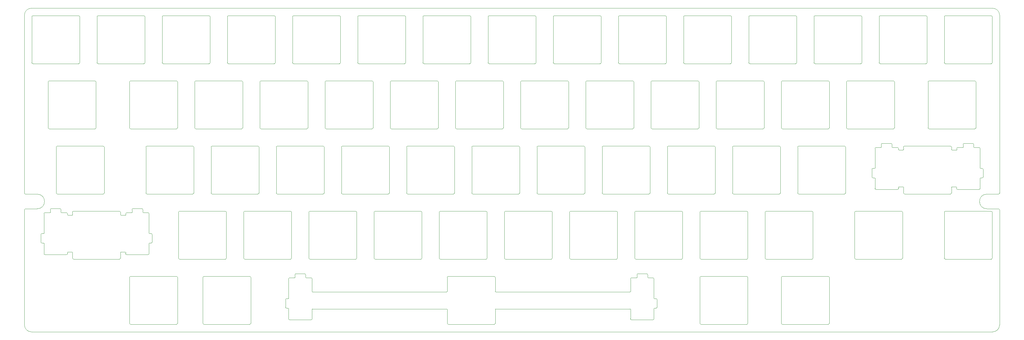
<source format=gbr>
%TF.GenerationSoftware,KiCad,Pcbnew,(5.1.9)-1*%
%TF.CreationDate,2021-10-01T21:54:58+09:00*%
%TF.ProjectId,top,746f702e-6b69-4636-9164-5f7063625858,1*%
%TF.SameCoordinates,Original*%
%TF.FileFunction,Profile,NP*%
%FSLAX46Y46*%
G04 Gerber Fmt 4.6, Leading zero omitted, Abs format (unit mm)*
G04 Created by KiCad (PCBNEW (5.1.9)-1) date 2021-10-01 21:54:58*
%MOMM*%
%LPD*%
G01*
G04 APERTURE LIST*
%TA.AperFunction,Profile*%
%ADD10C,0.050000*%
%TD*%
%TA.AperFunction,Profile*%
%ADD11C,0.120000*%
%TD*%
G04 APERTURE END LIST*
D10*
X70000000Y-158950000D02*
X70000000Y-192610000D01*
X70000000Y-158950000D02*
G75*
G02*
X70300000Y-158650000I300000J0D01*
G01*
X73700000Y-154350000D02*
G75*
G02*
X73700000Y-158650000I0J-2150000D01*
G01*
X70300000Y-158650000D02*
X73700000Y-158650000D01*
X70300000Y-154350000D02*
G75*
G02*
X70000000Y-154050000I0J300000D01*
G01*
X73700000Y-154350000D02*
X70300000Y-154350000D01*
X355000000Y-158950000D02*
X355000000Y-192610000D01*
X355000000Y-154050000D02*
G75*
G02*
X354700000Y-154350000I-300000J0D01*
G01*
X351300000Y-158650000D02*
G75*
G02*
X351300000Y-154350000I0J2150000D01*
G01*
X354700000Y-154350000D02*
X351300000Y-154350000D01*
X354700000Y-158650000D02*
G75*
G02*
X355000000Y-158950000I0J-300000D01*
G01*
X351300000Y-158650000D02*
X354700000Y-158650000D01*
X355000000Y-192610000D02*
G75*
G02*
X353000000Y-194610000I-2000000J0D01*
G01*
X353000000Y-100010000D02*
G75*
G02*
X355000000Y-102010000I0J-2000000D01*
G01*
X70000000Y-102000000D02*
G75*
G02*
X72000000Y-100000000I2000000J0D01*
G01*
X72000000Y-194610000D02*
G75*
G02*
X70000000Y-192610000I0J2000000D01*
G01*
X72000000Y-194610000D02*
X353000000Y-194610000D01*
X70000000Y-102000000D02*
X70000000Y-154050000D01*
X353000000Y-100010000D02*
X72000000Y-100000000D01*
X355000000Y-154050000D02*
X355000000Y-102010000D01*
D11*
%TO.C,KSW43*%
X99606200Y-160410000D02*
X99606200Y-160060000D01*
X98156200Y-160510000D02*
X99506200Y-160510000D01*
X98056200Y-159660000D02*
X98056200Y-160410000D01*
X84306200Y-159360000D02*
X97756200Y-159360000D01*
X84006200Y-160410000D02*
X84006200Y-159660000D01*
X82656200Y-160510000D02*
X83906200Y-160510000D01*
X82556200Y-160060000D02*
X82556200Y-160410000D01*
X80756200Y-159760000D02*
X82256200Y-159760000D01*
X80656200Y-158860000D02*
X80656200Y-159660000D01*
X77856200Y-158560000D02*
X80356200Y-158560000D01*
X77556200Y-159660000D02*
X77556200Y-158860000D01*
X76006200Y-159760000D02*
X77456200Y-159760000D01*
X75706200Y-165760000D02*
X75706200Y-160060000D01*
X75106200Y-165860000D02*
X75606200Y-165860000D01*
X74806200Y-168360000D02*
X74806200Y-166160000D01*
X75606200Y-168660000D02*
X75106200Y-168660000D01*
X75706200Y-171760000D02*
X75706200Y-168760000D01*
X82256200Y-172060000D02*
X76006200Y-172060000D01*
X82556200Y-171360000D02*
X82556200Y-171760000D01*
X83956200Y-171260000D02*
X82656200Y-171260000D01*
X84056200Y-173060000D02*
X84056200Y-171360000D01*
X97756200Y-173360000D02*
X84356200Y-173360000D01*
X99906200Y-159760000D02*
X101356200Y-159760000D01*
X101456200Y-159660000D02*
X101456200Y-158860000D01*
X101756200Y-158560000D02*
X104256200Y-158560000D01*
X104556200Y-158860000D02*
X104556200Y-159660000D01*
X104656200Y-159760000D02*
X106106200Y-159760000D01*
X106406200Y-160060000D02*
X106406200Y-165760000D01*
X106506200Y-165860000D02*
X107006200Y-165860000D01*
X107306200Y-166160000D02*
X107306200Y-168360000D01*
X107006200Y-168660000D02*
X106506200Y-168660000D01*
X106406200Y-168760000D02*
X106406200Y-171760000D01*
X106106200Y-172060000D02*
X99856200Y-172060000D01*
X99556200Y-171760000D02*
X99556200Y-171360000D01*
X99456200Y-171260000D02*
X98156200Y-171260000D01*
X98056200Y-171360000D02*
X98056200Y-173060000D01*
X98056200Y-173060000D02*
G75*
G02*
X97756200Y-173360000I-300000J0D01*
G01*
X84356200Y-173360000D02*
G75*
G02*
X84056200Y-173060000I0J300000D01*
G01*
X83956200Y-171260000D02*
G75*
G02*
X84056200Y-171360000I0J-100000D01*
G01*
X82556200Y-171360000D02*
G75*
G02*
X82656200Y-171260000I100000J0D01*
G01*
X82556200Y-171760000D02*
G75*
G02*
X82256200Y-172060000I-300000J0D01*
G01*
X76006200Y-172060000D02*
G75*
G02*
X75706200Y-171760000I0J300000D01*
G01*
X75106200Y-168660000D02*
G75*
G02*
X74806200Y-168360000I0J300000D01*
G01*
X75606200Y-168660000D02*
G75*
G02*
X75706200Y-168760000I0J-100000D01*
G01*
X74806200Y-166160000D02*
G75*
G02*
X75106200Y-165860000I300000J0D01*
G01*
X75706200Y-165760000D02*
G75*
G02*
X75606200Y-165860000I-100000J0D01*
G01*
X75706200Y-160060000D02*
G75*
G02*
X76006200Y-159760000I300000J0D01*
G01*
X77556200Y-159660000D02*
G75*
G02*
X77456200Y-159760000I-100000J0D01*
G01*
X77556200Y-158860000D02*
G75*
G02*
X77856200Y-158560000I300000J0D01*
G01*
X80356200Y-158560000D02*
G75*
G02*
X80656200Y-158860000I0J-300000D01*
G01*
X80756200Y-159760000D02*
G75*
G02*
X80656200Y-159660000I0J100000D01*
G01*
X82256200Y-159760000D02*
G75*
G02*
X82556200Y-160060000I0J-300000D01*
G01*
X82656200Y-160510000D02*
G75*
G02*
X82556200Y-160410000I0J100000D01*
G01*
X84006200Y-160410000D02*
G75*
G02*
X83906200Y-160510000I-100000J0D01*
G01*
X84006200Y-159660000D02*
G75*
G02*
X84306200Y-159360000I300000J0D01*
G01*
X97756200Y-159360000D02*
G75*
G02*
X98056200Y-159660000I0J-300000D01*
G01*
X99606200Y-160060000D02*
G75*
G02*
X99906200Y-159760000I300000J0D01*
G01*
X98156200Y-160510000D02*
G75*
G02*
X98056200Y-160410000I0J100000D01*
G01*
X99606200Y-160410000D02*
G75*
G02*
X99506200Y-160510000I-100000J0D01*
G01*
X101456200Y-159660000D02*
G75*
G02*
X101356200Y-159760000I-100000J0D01*
G01*
X101456200Y-158860000D02*
G75*
G02*
X101756200Y-158560000I300000J0D01*
G01*
X104256200Y-158560000D02*
G75*
G02*
X104556200Y-158860000I0J-300000D01*
G01*
X104656200Y-159760000D02*
G75*
G02*
X104556200Y-159660000I0J100000D01*
G01*
X106106200Y-159760000D02*
G75*
G02*
X106406200Y-160060000I0J-300000D01*
G01*
X106506200Y-165860000D02*
G75*
G02*
X106406200Y-165760000I0J100000D01*
G01*
X107006200Y-165860000D02*
G75*
G02*
X107306200Y-166160000I0J-300000D01*
G01*
X107306200Y-168360000D02*
G75*
G02*
X107006200Y-168660000I-300000J0D01*
G01*
X106406200Y-168760000D02*
G75*
G02*
X106506200Y-168660000I100000J0D01*
G01*
X106406200Y-171760000D02*
G75*
G02*
X106106200Y-172060000I-300000J0D01*
G01*
X99856200Y-172060000D02*
G75*
G02*
X99556200Y-171760000I0J300000D01*
G01*
X99456200Y-171260000D02*
G75*
G02*
X99556200Y-171360000I0J-100000D01*
G01*
X98056200Y-171360000D02*
G75*
G02*
X98156200Y-171260000I100000J0D01*
G01*
%TO.C,KSW42*%
X342494000Y-141360000D02*
X342494000Y-141010000D01*
X341044000Y-141460000D02*
X342394000Y-141460000D01*
X340944000Y-140610000D02*
X340944000Y-141360000D01*
X327194000Y-140310000D02*
X340644000Y-140310000D01*
X326894000Y-141360000D02*
X326894000Y-140610000D01*
X325544000Y-141460000D02*
X326794000Y-141460000D01*
X325444000Y-141010000D02*
X325444000Y-141360000D01*
X323644000Y-140710000D02*
X325144000Y-140710000D01*
X323544000Y-139810000D02*
X323544000Y-140610000D01*
X320744000Y-139510000D02*
X323244000Y-139510000D01*
X320444000Y-140610000D02*
X320444000Y-139810000D01*
X318894000Y-140710000D02*
X320344000Y-140710000D01*
X318594000Y-146710000D02*
X318594000Y-141010000D01*
X317994000Y-146810000D02*
X318494000Y-146810000D01*
X317694000Y-149310000D02*
X317694000Y-147110000D01*
X318494000Y-149610000D02*
X317994000Y-149610000D01*
X318594000Y-152710000D02*
X318594000Y-149710000D01*
X325144000Y-153010000D02*
X318894000Y-153010000D01*
X325444000Y-152310000D02*
X325444000Y-152710000D01*
X326844000Y-152210000D02*
X325544000Y-152210000D01*
X326944000Y-154010000D02*
X326944000Y-152310000D01*
X340644000Y-154310000D02*
X327244000Y-154310000D01*
X342794000Y-140710000D02*
X344244000Y-140710000D01*
X344344000Y-140610000D02*
X344344000Y-139810000D01*
X344644000Y-139510000D02*
X347144000Y-139510000D01*
X347444000Y-139810000D02*
X347444000Y-140610000D01*
X347544000Y-140710000D02*
X348994000Y-140710000D01*
X349294000Y-141010000D02*
X349294000Y-146710000D01*
X349394000Y-146810000D02*
X349894000Y-146810000D01*
X350194000Y-147110000D02*
X350194000Y-149310000D01*
X349894000Y-149610000D02*
X349394000Y-149610000D01*
X349294000Y-149710000D02*
X349294000Y-152710000D01*
X348994000Y-153010000D02*
X342744000Y-153010000D01*
X342444000Y-152710000D02*
X342444000Y-152310000D01*
X342344000Y-152210000D02*
X341044000Y-152210000D01*
X340944000Y-152310000D02*
X340944000Y-154010000D01*
X340944000Y-154010000D02*
G75*
G02*
X340644000Y-154310000I-300000J0D01*
G01*
X327244000Y-154310000D02*
G75*
G02*
X326944000Y-154010000I0J300000D01*
G01*
X326844000Y-152210000D02*
G75*
G02*
X326944000Y-152310000I0J-100000D01*
G01*
X325444000Y-152310000D02*
G75*
G02*
X325544000Y-152210000I100000J0D01*
G01*
X325444000Y-152710000D02*
G75*
G02*
X325144000Y-153010000I-300000J0D01*
G01*
X318894000Y-153010000D02*
G75*
G02*
X318594000Y-152710000I0J300000D01*
G01*
X317994000Y-149610000D02*
G75*
G02*
X317694000Y-149310000I0J300000D01*
G01*
X318494000Y-149610000D02*
G75*
G02*
X318594000Y-149710000I0J-100000D01*
G01*
X317694000Y-147110000D02*
G75*
G02*
X317994000Y-146810000I300000J0D01*
G01*
X318594000Y-146710000D02*
G75*
G02*
X318494000Y-146810000I-100000J0D01*
G01*
X318594000Y-141010000D02*
G75*
G02*
X318894000Y-140710000I300000J0D01*
G01*
X320444000Y-140610000D02*
G75*
G02*
X320344000Y-140710000I-100000J0D01*
G01*
X320444000Y-139810000D02*
G75*
G02*
X320744000Y-139510000I300000J0D01*
G01*
X323244000Y-139510000D02*
G75*
G02*
X323544000Y-139810000I0J-300000D01*
G01*
X323644000Y-140710000D02*
G75*
G02*
X323544000Y-140610000I0J100000D01*
G01*
X325144000Y-140710000D02*
G75*
G02*
X325444000Y-141010000I0J-300000D01*
G01*
X325544000Y-141460000D02*
G75*
G02*
X325444000Y-141360000I0J100000D01*
G01*
X326894000Y-141360000D02*
G75*
G02*
X326794000Y-141460000I-100000J0D01*
G01*
X326894000Y-140610000D02*
G75*
G02*
X327194000Y-140310000I300000J0D01*
G01*
X340644000Y-140310000D02*
G75*
G02*
X340944000Y-140610000I0J-300000D01*
G01*
X342494000Y-141010000D02*
G75*
G02*
X342794000Y-140710000I300000J0D01*
G01*
X341044000Y-141460000D02*
G75*
G02*
X340944000Y-141360000I0J100000D01*
G01*
X342494000Y-141360000D02*
G75*
G02*
X342394000Y-141460000I-100000J0D01*
G01*
X344344000Y-140610000D02*
G75*
G02*
X344244000Y-140710000I-100000J0D01*
G01*
X344344000Y-139810000D02*
G75*
G02*
X344644000Y-139510000I300000J0D01*
G01*
X347144000Y-139510000D02*
G75*
G02*
X347444000Y-139810000I0J-300000D01*
G01*
X347544000Y-140710000D02*
G75*
G02*
X347444000Y-140610000I0J100000D01*
G01*
X348994000Y-140710000D02*
G75*
G02*
X349294000Y-141010000I0J-300000D01*
G01*
X349394000Y-146810000D02*
G75*
G02*
X349294000Y-146710000I0J100000D01*
G01*
X349894000Y-146810000D02*
G75*
G02*
X350194000Y-147110000I0J-300000D01*
G01*
X350194000Y-149310000D02*
G75*
G02*
X349894000Y-149610000I-300000J0D01*
G01*
X349294000Y-149710000D02*
G75*
G02*
X349394000Y-149610000I100000J0D01*
G01*
X349294000Y-152710000D02*
G75*
G02*
X348994000Y-153010000I-300000J0D01*
G01*
X342744000Y-153010000D02*
G75*
G02*
X342444000Y-152710000I0J300000D01*
G01*
X342344000Y-152210000D02*
G75*
G02*
X342444000Y-152310000I0J-100000D01*
G01*
X340944000Y-152310000D02*
G75*
G02*
X341044000Y-152210000I100000J0D01*
G01*
%TO.C,KSW1*%
X72150000Y-102510000D02*
X72150000Y-115910000D01*
X72450000Y-116210000D02*
X85850000Y-116210000D01*
X86150000Y-115910000D02*
X86150000Y-102510000D01*
X85850000Y-102210000D02*
X72450000Y-102210000D01*
X86150000Y-115910000D02*
G75*
G02*
X85850000Y-116210000I-300000J0D01*
G01*
X72450000Y-116210000D02*
G75*
G02*
X72150000Y-115910000I0J300000D01*
G01*
X72150000Y-102510000D02*
G75*
G02*
X72450000Y-102210000I300000J0D01*
G01*
X85850000Y-102210000D02*
G75*
G02*
X86150000Y-102510000I0J-300000D01*
G01*
%TO.C,KSW2*%
X91200000Y-102510000D02*
X91200000Y-115910000D01*
X91500000Y-116210000D02*
X104900000Y-116210000D01*
X105200000Y-115910000D02*
X105200000Y-102510000D01*
X104900000Y-102210000D02*
X91500000Y-102210000D01*
X105200000Y-115910000D02*
G75*
G02*
X104900000Y-116210000I-300000J0D01*
G01*
X91500000Y-116210000D02*
G75*
G02*
X91200000Y-115910000I0J300000D01*
G01*
X91200000Y-102510000D02*
G75*
G02*
X91500000Y-102210000I300000J0D01*
G01*
X104900000Y-102210000D02*
G75*
G02*
X105200000Y-102510000I0J-300000D01*
G01*
%TO.C,KSW3*%
X110250000Y-102510000D02*
X110250000Y-115910000D01*
X110550000Y-116210000D02*
X123950000Y-116210000D01*
X124250000Y-115910000D02*
X124250000Y-102510000D01*
X123950000Y-102210000D02*
X110550000Y-102210000D01*
X124250000Y-115910000D02*
G75*
G02*
X123950000Y-116210000I-300000J0D01*
G01*
X110550000Y-116210000D02*
G75*
G02*
X110250000Y-115910000I0J300000D01*
G01*
X110250000Y-102510000D02*
G75*
G02*
X110550000Y-102210000I300000J0D01*
G01*
X123950000Y-102210000D02*
G75*
G02*
X124250000Y-102510000I0J-300000D01*
G01*
%TO.C,KSW4*%
X129300000Y-102510000D02*
X129300000Y-115910000D01*
X129600000Y-116210000D02*
X143000000Y-116210000D01*
X143300000Y-115910000D02*
X143300000Y-102510000D01*
X143000000Y-102210000D02*
X129600000Y-102210000D01*
X143300000Y-115910000D02*
G75*
G02*
X143000000Y-116210000I-300000J0D01*
G01*
X129600000Y-116210000D02*
G75*
G02*
X129300000Y-115910000I0J300000D01*
G01*
X129300000Y-102510000D02*
G75*
G02*
X129600000Y-102210000I300000J0D01*
G01*
X143000000Y-102210000D02*
G75*
G02*
X143300000Y-102510000I0J-300000D01*
G01*
%TO.C,KSW5*%
X148350000Y-102510000D02*
X148350000Y-115910000D01*
X148650000Y-116210000D02*
X162050000Y-116210000D01*
X162350000Y-115910000D02*
X162350000Y-102510000D01*
X162050000Y-102210000D02*
X148650000Y-102210000D01*
X162350000Y-115910000D02*
G75*
G02*
X162050000Y-116210000I-300000J0D01*
G01*
X148650000Y-116210000D02*
G75*
G02*
X148350000Y-115910000I0J300000D01*
G01*
X148350000Y-102510000D02*
G75*
G02*
X148650000Y-102210000I300000J0D01*
G01*
X162050000Y-102210000D02*
G75*
G02*
X162350000Y-102510000I0J-300000D01*
G01*
%TO.C,KSW6*%
X167400000Y-102510000D02*
X167400000Y-115910000D01*
X167700000Y-116210000D02*
X181100000Y-116210000D01*
X181400000Y-115910000D02*
X181400000Y-102510000D01*
X181100000Y-102210000D02*
X167700000Y-102210000D01*
X181400000Y-115910000D02*
G75*
G02*
X181100000Y-116210000I-300000J0D01*
G01*
X167700000Y-116210000D02*
G75*
G02*
X167400000Y-115910000I0J300000D01*
G01*
X167400000Y-102510000D02*
G75*
G02*
X167700000Y-102210000I300000J0D01*
G01*
X181100000Y-102210000D02*
G75*
G02*
X181400000Y-102510000I0J-300000D01*
G01*
%TO.C,KSW7*%
X186450000Y-102510000D02*
X186450000Y-115910000D01*
X186750000Y-116210000D02*
X200150000Y-116210000D01*
X200450000Y-115910000D02*
X200450000Y-102510000D01*
X200150000Y-102210000D02*
X186750000Y-102210000D01*
X200450000Y-115910000D02*
G75*
G02*
X200150000Y-116210000I-300000J0D01*
G01*
X186750000Y-116210000D02*
G75*
G02*
X186450000Y-115910000I0J300000D01*
G01*
X186450000Y-102510000D02*
G75*
G02*
X186750000Y-102210000I300000J0D01*
G01*
X200150000Y-102210000D02*
G75*
G02*
X200450000Y-102510000I0J-300000D01*
G01*
%TO.C,KSW8*%
X205500000Y-102510000D02*
X205500000Y-115910000D01*
X205800000Y-116210000D02*
X219200000Y-116210000D01*
X219500000Y-115910000D02*
X219500000Y-102510000D01*
X219200000Y-102210000D02*
X205800000Y-102210000D01*
X219500000Y-115910000D02*
G75*
G02*
X219200000Y-116210000I-300000J0D01*
G01*
X205800000Y-116210000D02*
G75*
G02*
X205500000Y-115910000I0J300000D01*
G01*
X205500000Y-102510000D02*
G75*
G02*
X205800000Y-102210000I300000J0D01*
G01*
X219200000Y-102210000D02*
G75*
G02*
X219500000Y-102510000I0J-300000D01*
G01*
%TO.C,KSW9*%
X224550000Y-102510000D02*
X224550000Y-115910000D01*
X224850000Y-116210000D02*
X238250000Y-116210000D01*
X238550000Y-115910000D02*
X238550000Y-102510000D01*
X238250000Y-102210000D02*
X224850000Y-102210000D01*
X238550000Y-115910000D02*
G75*
G02*
X238250000Y-116210000I-300000J0D01*
G01*
X224850000Y-116210000D02*
G75*
G02*
X224550000Y-115910000I0J300000D01*
G01*
X224550000Y-102510000D02*
G75*
G02*
X224850000Y-102210000I300000J0D01*
G01*
X238250000Y-102210000D02*
G75*
G02*
X238550000Y-102510000I0J-300000D01*
G01*
%TO.C,KSW10*%
X243600000Y-102510000D02*
X243600000Y-115910000D01*
X243900000Y-116210000D02*
X257300000Y-116210000D01*
X257600000Y-115910000D02*
X257600000Y-102510000D01*
X257300000Y-102210000D02*
X243900000Y-102210000D01*
X257600000Y-115910000D02*
G75*
G02*
X257300000Y-116210000I-300000J0D01*
G01*
X243900000Y-116210000D02*
G75*
G02*
X243600000Y-115910000I0J300000D01*
G01*
X243600000Y-102510000D02*
G75*
G02*
X243900000Y-102210000I300000J0D01*
G01*
X257300000Y-102210000D02*
G75*
G02*
X257600000Y-102510000I0J-300000D01*
G01*
%TO.C,KSW11*%
X262650000Y-102510000D02*
X262650000Y-115910000D01*
X262950000Y-116210000D02*
X276350000Y-116210000D01*
X276650000Y-115910000D02*
X276650000Y-102510000D01*
X276350000Y-102210000D02*
X262950000Y-102210000D01*
X276650000Y-115910000D02*
G75*
G02*
X276350000Y-116210000I-300000J0D01*
G01*
X262950000Y-116210000D02*
G75*
G02*
X262650000Y-115910000I0J300000D01*
G01*
X262650000Y-102510000D02*
G75*
G02*
X262950000Y-102210000I300000J0D01*
G01*
X276350000Y-102210000D02*
G75*
G02*
X276650000Y-102510000I0J-300000D01*
G01*
%TO.C,KSW12*%
X281700000Y-102510000D02*
X281700000Y-115910000D01*
X282000000Y-116210000D02*
X295400000Y-116210000D01*
X295700000Y-115910000D02*
X295700000Y-102510000D01*
X295400000Y-102210000D02*
X282000000Y-102210000D01*
X295700000Y-115910000D02*
G75*
G02*
X295400000Y-116210000I-300000J0D01*
G01*
X282000000Y-116210000D02*
G75*
G02*
X281700000Y-115910000I0J300000D01*
G01*
X281700000Y-102510000D02*
G75*
G02*
X282000000Y-102210000I300000J0D01*
G01*
X295400000Y-102210000D02*
G75*
G02*
X295700000Y-102510000I0J-300000D01*
G01*
%TO.C,KSW13*%
X300750000Y-102510000D02*
X300750000Y-115910000D01*
X301050000Y-116210000D02*
X314450000Y-116210000D01*
X314750000Y-115910000D02*
X314750000Y-102510000D01*
X314450000Y-102210000D02*
X301050000Y-102210000D01*
X314750000Y-115910000D02*
G75*
G02*
X314450000Y-116210000I-300000J0D01*
G01*
X301050000Y-116210000D02*
G75*
G02*
X300750000Y-115910000I0J300000D01*
G01*
X300750000Y-102510000D02*
G75*
G02*
X301050000Y-102210000I300000J0D01*
G01*
X314450000Y-102210000D02*
G75*
G02*
X314750000Y-102510000I0J-300000D01*
G01*
%TO.C,KSW15*%
X338850000Y-102510000D02*
X338850000Y-115910000D01*
X339150000Y-116210000D02*
X352550000Y-116210000D01*
X352850000Y-115910000D02*
X352850000Y-102510000D01*
X352550000Y-102210000D02*
X339150000Y-102210000D01*
X352850000Y-115910000D02*
G75*
G02*
X352550000Y-116210000I-300000J0D01*
G01*
X339150000Y-116210000D02*
G75*
G02*
X338850000Y-115910000I0J300000D01*
G01*
X338850000Y-102510000D02*
G75*
G02*
X339150000Y-102210000I300000J0D01*
G01*
X352550000Y-102210000D02*
G75*
G02*
X352850000Y-102510000I0J-300000D01*
G01*
%TO.C,KSW16*%
X76912500Y-121560000D02*
X76912500Y-134960000D01*
X77212500Y-135260000D02*
X90612500Y-135260000D01*
X90912500Y-134960000D02*
X90912500Y-121560000D01*
X90612500Y-121260000D02*
X77212500Y-121260000D01*
X90912500Y-134960000D02*
G75*
G02*
X90612500Y-135260000I-300000J0D01*
G01*
X77212500Y-135260000D02*
G75*
G02*
X76912500Y-134960000I0J300000D01*
G01*
X76912500Y-121560000D02*
G75*
G02*
X77212500Y-121260000I300000J0D01*
G01*
X90612500Y-121260000D02*
G75*
G02*
X90912500Y-121560000I0J-300000D01*
G01*
%TO.C,KSW17*%
X100725000Y-121560000D02*
X100725000Y-134960000D01*
X101025000Y-135260000D02*
X114425000Y-135260000D01*
X114725000Y-134960000D02*
X114725000Y-121560000D01*
X114425000Y-121260000D02*
X101025000Y-121260000D01*
X114725000Y-134960000D02*
G75*
G02*
X114425000Y-135260000I-300000J0D01*
G01*
X101025000Y-135260000D02*
G75*
G02*
X100725000Y-134960000I0J300000D01*
G01*
X100725000Y-121560000D02*
G75*
G02*
X101025000Y-121260000I300000J0D01*
G01*
X114425000Y-121260000D02*
G75*
G02*
X114725000Y-121560000I0J-300000D01*
G01*
%TO.C,KSW18*%
X119775000Y-121560000D02*
X119775000Y-134960000D01*
X120075000Y-135260000D02*
X133475000Y-135260000D01*
X133775000Y-134960000D02*
X133775000Y-121560000D01*
X133475000Y-121260000D02*
X120075000Y-121260000D01*
X133775000Y-134960000D02*
G75*
G02*
X133475000Y-135260000I-300000J0D01*
G01*
X120075000Y-135260000D02*
G75*
G02*
X119775000Y-134960000I0J300000D01*
G01*
X119775000Y-121560000D02*
G75*
G02*
X120075000Y-121260000I300000J0D01*
G01*
X133475000Y-121260000D02*
G75*
G02*
X133775000Y-121560000I0J-300000D01*
G01*
%TO.C,KSW19*%
X138825000Y-121560000D02*
X138825000Y-134960000D01*
X139125000Y-135260000D02*
X152525000Y-135260000D01*
X152825000Y-134960000D02*
X152825000Y-121560000D01*
X152525000Y-121260000D02*
X139125000Y-121260000D01*
X152825000Y-134960000D02*
G75*
G02*
X152525000Y-135260000I-300000J0D01*
G01*
X139125000Y-135260000D02*
G75*
G02*
X138825000Y-134960000I0J300000D01*
G01*
X138825000Y-121560000D02*
G75*
G02*
X139125000Y-121260000I300000J0D01*
G01*
X152525000Y-121260000D02*
G75*
G02*
X152825000Y-121560000I0J-300000D01*
G01*
%TO.C,KSW20*%
X157875000Y-121560000D02*
X157875000Y-134960000D01*
X158175000Y-135260000D02*
X171575000Y-135260000D01*
X171875000Y-134960000D02*
X171875000Y-121560000D01*
X171575000Y-121260000D02*
X158175000Y-121260000D01*
X171875000Y-134960000D02*
G75*
G02*
X171575000Y-135260000I-300000J0D01*
G01*
X158175000Y-135260000D02*
G75*
G02*
X157875000Y-134960000I0J300000D01*
G01*
X157875000Y-121560000D02*
G75*
G02*
X158175000Y-121260000I300000J0D01*
G01*
X171575000Y-121260000D02*
G75*
G02*
X171875000Y-121560000I0J-300000D01*
G01*
%TO.C,KSW21*%
X176925000Y-121560000D02*
X176925000Y-134960000D01*
X177225000Y-135260000D02*
X190625000Y-135260000D01*
X190925000Y-134960000D02*
X190925000Y-121560000D01*
X190625000Y-121260000D02*
X177225000Y-121260000D01*
X190925000Y-134960000D02*
G75*
G02*
X190625000Y-135260000I-300000J0D01*
G01*
X177225000Y-135260000D02*
G75*
G02*
X176925000Y-134960000I0J300000D01*
G01*
X176925000Y-121560000D02*
G75*
G02*
X177225000Y-121260000I300000J0D01*
G01*
X190625000Y-121260000D02*
G75*
G02*
X190925000Y-121560000I0J-300000D01*
G01*
%TO.C,KSW22*%
X195975000Y-121560000D02*
X195975000Y-134960000D01*
X196275000Y-135260000D02*
X209675000Y-135260000D01*
X209975000Y-134960000D02*
X209975000Y-121560000D01*
X209675000Y-121260000D02*
X196275000Y-121260000D01*
X209975000Y-134960000D02*
G75*
G02*
X209675000Y-135260000I-300000J0D01*
G01*
X196275000Y-135260000D02*
G75*
G02*
X195975000Y-134960000I0J300000D01*
G01*
X195975000Y-121560000D02*
G75*
G02*
X196275000Y-121260000I300000J0D01*
G01*
X209675000Y-121260000D02*
G75*
G02*
X209975000Y-121560000I0J-300000D01*
G01*
%TO.C,KSW23*%
X215025000Y-121560000D02*
X215025000Y-134960000D01*
X215325000Y-135260000D02*
X228725000Y-135260000D01*
X229025000Y-134960000D02*
X229025000Y-121560000D01*
X228725000Y-121260000D02*
X215325000Y-121260000D01*
X229025000Y-134960000D02*
G75*
G02*
X228725000Y-135260000I-300000J0D01*
G01*
X215325000Y-135260000D02*
G75*
G02*
X215025000Y-134960000I0J300000D01*
G01*
X215025000Y-121560000D02*
G75*
G02*
X215325000Y-121260000I300000J0D01*
G01*
X228725000Y-121260000D02*
G75*
G02*
X229025000Y-121560000I0J-300000D01*
G01*
%TO.C,KSW24*%
X234075000Y-121560000D02*
X234075000Y-134960000D01*
X234375000Y-135260000D02*
X247775000Y-135260000D01*
X248075000Y-134960000D02*
X248075000Y-121560000D01*
X247775000Y-121260000D02*
X234375000Y-121260000D01*
X248075000Y-134960000D02*
G75*
G02*
X247775000Y-135260000I-300000J0D01*
G01*
X234375000Y-135260000D02*
G75*
G02*
X234075000Y-134960000I0J300000D01*
G01*
X234075000Y-121560000D02*
G75*
G02*
X234375000Y-121260000I300000J0D01*
G01*
X247775000Y-121260000D02*
G75*
G02*
X248075000Y-121560000I0J-300000D01*
G01*
%TO.C,KSW25*%
X253125000Y-121560000D02*
X253125000Y-134960000D01*
X253425000Y-135260000D02*
X266825000Y-135260000D01*
X267125000Y-134960000D02*
X267125000Y-121560000D01*
X266825000Y-121260000D02*
X253425000Y-121260000D01*
X267125000Y-134960000D02*
G75*
G02*
X266825000Y-135260000I-300000J0D01*
G01*
X253425000Y-135260000D02*
G75*
G02*
X253125000Y-134960000I0J300000D01*
G01*
X253125000Y-121560000D02*
G75*
G02*
X253425000Y-121260000I300000J0D01*
G01*
X266825000Y-121260000D02*
G75*
G02*
X267125000Y-121560000I0J-300000D01*
G01*
%TO.C,KSW26*%
X272175000Y-121560000D02*
X272175000Y-134960000D01*
X272475000Y-135260000D02*
X285875000Y-135260000D01*
X286175000Y-134960000D02*
X286175000Y-121560000D01*
X285875000Y-121260000D02*
X272475000Y-121260000D01*
X286175000Y-134960000D02*
G75*
G02*
X285875000Y-135260000I-300000J0D01*
G01*
X272475000Y-135260000D02*
G75*
G02*
X272175000Y-134960000I0J300000D01*
G01*
X272175000Y-121560000D02*
G75*
G02*
X272475000Y-121260000I300000J0D01*
G01*
X285875000Y-121260000D02*
G75*
G02*
X286175000Y-121560000I0J-300000D01*
G01*
%TO.C,KSW27*%
X291225000Y-121560000D02*
X291225000Y-134960000D01*
X291525000Y-135260000D02*
X304925000Y-135260000D01*
X305225000Y-134960000D02*
X305225000Y-121560000D01*
X304925000Y-121260000D02*
X291525000Y-121260000D01*
X305225000Y-134960000D02*
G75*
G02*
X304925000Y-135260000I-300000J0D01*
G01*
X291525000Y-135260000D02*
G75*
G02*
X291225000Y-134960000I0J300000D01*
G01*
X291225000Y-121560000D02*
G75*
G02*
X291525000Y-121260000I300000J0D01*
G01*
X304925000Y-121260000D02*
G75*
G02*
X305225000Y-121560000I0J-300000D01*
G01*
%TO.C,KSW28*%
X310275000Y-121560000D02*
X310275000Y-134960000D01*
X310575000Y-135260000D02*
X323975000Y-135260000D01*
X324275000Y-134960000D02*
X324275000Y-121560000D01*
X323975000Y-121260000D02*
X310575000Y-121260000D01*
X324275000Y-134960000D02*
G75*
G02*
X323975000Y-135260000I-300000J0D01*
G01*
X310575000Y-135260000D02*
G75*
G02*
X310275000Y-134960000I0J300000D01*
G01*
X310275000Y-121560000D02*
G75*
G02*
X310575000Y-121260000I300000J0D01*
G01*
X323975000Y-121260000D02*
G75*
G02*
X324275000Y-121560000I0J-300000D01*
G01*
%TO.C,KSW29*%
X334087000Y-121560000D02*
X334087000Y-134960000D01*
X334387000Y-135260000D02*
X347787000Y-135260000D01*
X348087000Y-134960000D02*
X348087000Y-121560000D01*
X347787000Y-121260000D02*
X334387000Y-121260000D01*
X348087000Y-134960000D02*
G75*
G02*
X347787000Y-135260000I-300000J0D01*
G01*
X334387000Y-135260000D02*
G75*
G02*
X334087000Y-134960000I0J300000D01*
G01*
X334087000Y-121560000D02*
G75*
G02*
X334387000Y-121260000I300000J0D01*
G01*
X347787000Y-121260000D02*
G75*
G02*
X348087000Y-121560000I0J-300000D01*
G01*
%TO.C,KSW30*%
X79293800Y-140610000D02*
X79293800Y-154010000D01*
X79593800Y-154310000D02*
X92993800Y-154310000D01*
X93293800Y-154010000D02*
X93293800Y-140610000D01*
X92993800Y-140310000D02*
X79593800Y-140310000D01*
X93293800Y-154010000D02*
G75*
G02*
X92993800Y-154310000I-300000J0D01*
G01*
X79593800Y-154310000D02*
G75*
G02*
X79293800Y-154010000I0J300000D01*
G01*
X79293800Y-140610000D02*
G75*
G02*
X79593800Y-140310000I300000J0D01*
G01*
X92993800Y-140310000D02*
G75*
G02*
X93293800Y-140610000I0J-300000D01*
G01*
%TO.C,KSW31*%
X105487000Y-140610000D02*
X105487000Y-154010000D01*
X105787000Y-154310000D02*
X119187000Y-154310000D01*
X119487000Y-154010000D02*
X119487000Y-140610000D01*
X119187000Y-140310000D02*
X105787000Y-140310000D01*
X119487000Y-154010000D02*
G75*
G02*
X119187000Y-154310000I-300000J0D01*
G01*
X105787000Y-154310000D02*
G75*
G02*
X105487000Y-154010000I0J300000D01*
G01*
X105487000Y-140610000D02*
G75*
G02*
X105787000Y-140310000I300000J0D01*
G01*
X119187000Y-140310000D02*
G75*
G02*
X119487000Y-140610000I0J-300000D01*
G01*
%TO.C,KSW32*%
X124537000Y-140610000D02*
X124537000Y-154010000D01*
X124837000Y-154310000D02*
X138237000Y-154310000D01*
X138537000Y-154010000D02*
X138537000Y-140610000D01*
X138237000Y-140310000D02*
X124837000Y-140310000D01*
X138537000Y-154010000D02*
G75*
G02*
X138237000Y-154310000I-300000J0D01*
G01*
X124837000Y-154310000D02*
G75*
G02*
X124537000Y-154010000I0J300000D01*
G01*
X124537000Y-140610000D02*
G75*
G02*
X124837000Y-140310000I300000J0D01*
G01*
X138237000Y-140310000D02*
G75*
G02*
X138537000Y-140610000I0J-300000D01*
G01*
%TO.C,KSW33*%
X143587000Y-140610000D02*
X143587000Y-154010000D01*
X143887000Y-154310000D02*
X157287000Y-154310000D01*
X157587000Y-154010000D02*
X157587000Y-140610000D01*
X157287000Y-140310000D02*
X143887000Y-140310000D01*
X157587000Y-154010000D02*
G75*
G02*
X157287000Y-154310000I-300000J0D01*
G01*
X143887000Y-154310000D02*
G75*
G02*
X143587000Y-154010000I0J300000D01*
G01*
X143587000Y-140610000D02*
G75*
G02*
X143887000Y-140310000I300000J0D01*
G01*
X157287000Y-140310000D02*
G75*
G02*
X157587000Y-140610000I0J-300000D01*
G01*
%TO.C,KSW34*%
X162637000Y-140610000D02*
X162637000Y-154010000D01*
X162937000Y-154310000D02*
X176337000Y-154310000D01*
X176637000Y-154010000D02*
X176637000Y-140610000D01*
X176337000Y-140310000D02*
X162937000Y-140310000D01*
X176637000Y-154010000D02*
G75*
G02*
X176337000Y-154310000I-300000J0D01*
G01*
X162937000Y-154310000D02*
G75*
G02*
X162637000Y-154010000I0J300000D01*
G01*
X162637000Y-140610000D02*
G75*
G02*
X162937000Y-140310000I300000J0D01*
G01*
X176337000Y-140310000D02*
G75*
G02*
X176637000Y-140610000I0J-300000D01*
G01*
%TO.C,KSW35*%
X181687000Y-140610000D02*
X181687000Y-154010000D01*
X181987000Y-154310000D02*
X195387000Y-154310000D01*
X195687000Y-154010000D02*
X195687000Y-140610000D01*
X195387000Y-140310000D02*
X181987000Y-140310000D01*
X195687000Y-154010000D02*
G75*
G02*
X195387000Y-154310000I-300000J0D01*
G01*
X181987000Y-154310000D02*
G75*
G02*
X181687000Y-154010000I0J300000D01*
G01*
X181687000Y-140610000D02*
G75*
G02*
X181987000Y-140310000I300000J0D01*
G01*
X195387000Y-140310000D02*
G75*
G02*
X195687000Y-140610000I0J-300000D01*
G01*
%TO.C,KSW36*%
X200737000Y-140610000D02*
X200737000Y-154010000D01*
X201037000Y-154310000D02*
X214437000Y-154310000D01*
X214737000Y-154010000D02*
X214737000Y-140610000D01*
X214437000Y-140310000D02*
X201037000Y-140310000D01*
X214737000Y-154010000D02*
G75*
G02*
X214437000Y-154310000I-300000J0D01*
G01*
X201037000Y-154310000D02*
G75*
G02*
X200737000Y-154010000I0J300000D01*
G01*
X200737000Y-140610000D02*
G75*
G02*
X201037000Y-140310000I300000J0D01*
G01*
X214437000Y-140310000D02*
G75*
G02*
X214737000Y-140610000I0J-300000D01*
G01*
%TO.C,KSW37*%
X219787000Y-140610000D02*
X219787000Y-154010000D01*
X220087000Y-154310000D02*
X233487000Y-154310000D01*
X233787000Y-154010000D02*
X233787000Y-140610000D01*
X233487000Y-140310000D02*
X220087000Y-140310000D01*
X233787000Y-154010000D02*
G75*
G02*
X233487000Y-154310000I-300000J0D01*
G01*
X220087000Y-154310000D02*
G75*
G02*
X219787000Y-154010000I0J300000D01*
G01*
X219787000Y-140610000D02*
G75*
G02*
X220087000Y-140310000I300000J0D01*
G01*
X233487000Y-140310000D02*
G75*
G02*
X233787000Y-140610000I0J-300000D01*
G01*
%TO.C,KSW38*%
X238837000Y-140610000D02*
X238837000Y-154010000D01*
X239137000Y-154310000D02*
X252537000Y-154310000D01*
X252837000Y-154010000D02*
X252837000Y-140610000D01*
X252537000Y-140310000D02*
X239137000Y-140310000D01*
X252837000Y-154010000D02*
G75*
G02*
X252537000Y-154310000I-300000J0D01*
G01*
X239137000Y-154310000D02*
G75*
G02*
X238837000Y-154010000I0J300000D01*
G01*
X238837000Y-140610000D02*
G75*
G02*
X239137000Y-140310000I300000J0D01*
G01*
X252537000Y-140310000D02*
G75*
G02*
X252837000Y-140610000I0J-300000D01*
G01*
%TO.C,KSW39*%
X257887000Y-140610000D02*
X257887000Y-154010000D01*
X258187000Y-154310000D02*
X271587000Y-154310000D01*
X271887000Y-154010000D02*
X271887000Y-140610000D01*
X271587000Y-140310000D02*
X258187000Y-140310000D01*
X271887000Y-154010000D02*
G75*
G02*
X271587000Y-154310000I-300000J0D01*
G01*
X258187000Y-154310000D02*
G75*
G02*
X257887000Y-154010000I0J300000D01*
G01*
X257887000Y-140610000D02*
G75*
G02*
X258187000Y-140310000I300000J0D01*
G01*
X271587000Y-140310000D02*
G75*
G02*
X271887000Y-140610000I0J-300000D01*
G01*
%TO.C,KSW40*%
X276937000Y-140610000D02*
X276937000Y-154010000D01*
X277237000Y-154310000D02*
X290637000Y-154310000D01*
X290937000Y-154010000D02*
X290937000Y-140610000D01*
X290637000Y-140310000D02*
X277237000Y-140310000D01*
X290937000Y-154010000D02*
G75*
G02*
X290637000Y-154310000I-300000J0D01*
G01*
X277237000Y-154310000D02*
G75*
G02*
X276937000Y-154010000I0J300000D01*
G01*
X276937000Y-140610000D02*
G75*
G02*
X277237000Y-140310000I300000J0D01*
G01*
X290637000Y-140310000D02*
G75*
G02*
X290937000Y-140610000I0J-300000D01*
G01*
%TO.C,KSW41*%
X295987000Y-140610000D02*
X295987000Y-154010000D01*
X296287000Y-154310000D02*
X309687000Y-154310000D01*
X309987000Y-154010000D02*
X309987000Y-140610000D01*
X309687000Y-140310000D02*
X296287000Y-140310000D01*
X309987000Y-154010000D02*
G75*
G02*
X309687000Y-154310000I-300000J0D01*
G01*
X296287000Y-154310000D02*
G75*
G02*
X295987000Y-154010000I0J300000D01*
G01*
X295987000Y-140610000D02*
G75*
G02*
X296287000Y-140310000I300000J0D01*
G01*
X309687000Y-140310000D02*
G75*
G02*
X309987000Y-140610000I0J-300000D01*
G01*
%TO.C,KSW44*%
X115013000Y-159660000D02*
X115013000Y-173060000D01*
X115313000Y-173360000D02*
X128713000Y-173360000D01*
X129013000Y-173060000D02*
X129013000Y-159660000D01*
X128713000Y-159360000D02*
X115313000Y-159360000D01*
X129013000Y-173060000D02*
G75*
G02*
X128713000Y-173360000I-300000J0D01*
G01*
X115313000Y-173360000D02*
G75*
G02*
X115013000Y-173060000I0J300000D01*
G01*
X115013000Y-159660000D02*
G75*
G02*
X115313000Y-159360000I300000J0D01*
G01*
X128713000Y-159360000D02*
G75*
G02*
X129013000Y-159660000I0J-300000D01*
G01*
%TO.C,KSW45*%
X134063000Y-159660000D02*
X134063000Y-173060000D01*
X134363000Y-173360000D02*
X147763000Y-173360000D01*
X148063000Y-173060000D02*
X148063000Y-159660000D01*
X147763000Y-159360000D02*
X134363000Y-159360000D01*
X148063000Y-173060000D02*
G75*
G02*
X147763000Y-173360000I-300000J0D01*
G01*
X134363000Y-173360000D02*
G75*
G02*
X134063000Y-173060000I0J300000D01*
G01*
X134063000Y-159660000D02*
G75*
G02*
X134363000Y-159360000I300000J0D01*
G01*
X147763000Y-159360000D02*
G75*
G02*
X148063000Y-159660000I0J-300000D01*
G01*
%TO.C,KSW46*%
X153113000Y-159660000D02*
X153113000Y-173060000D01*
X153413000Y-173360000D02*
X166813000Y-173360000D01*
X167113000Y-173060000D02*
X167113000Y-159660000D01*
X166813000Y-159360000D02*
X153413000Y-159360000D01*
X167113000Y-173060000D02*
G75*
G02*
X166813000Y-173360000I-300000J0D01*
G01*
X153413000Y-173360000D02*
G75*
G02*
X153113000Y-173060000I0J300000D01*
G01*
X153113000Y-159660000D02*
G75*
G02*
X153413000Y-159360000I300000J0D01*
G01*
X166813000Y-159360000D02*
G75*
G02*
X167113000Y-159660000I0J-300000D01*
G01*
%TO.C,KSW47*%
X172163000Y-159660000D02*
X172163000Y-173060000D01*
X172463000Y-173360000D02*
X185863000Y-173360000D01*
X186163000Y-173060000D02*
X186163000Y-159660000D01*
X185863000Y-159360000D02*
X172463000Y-159360000D01*
X186163000Y-173060000D02*
G75*
G02*
X185863000Y-173360000I-300000J0D01*
G01*
X172463000Y-173360000D02*
G75*
G02*
X172163000Y-173060000I0J300000D01*
G01*
X172163000Y-159660000D02*
G75*
G02*
X172463000Y-159360000I300000J0D01*
G01*
X185863000Y-159360000D02*
G75*
G02*
X186163000Y-159660000I0J-300000D01*
G01*
%TO.C,KSW48*%
X191213000Y-159660000D02*
X191213000Y-173060000D01*
X191513000Y-173360000D02*
X204913000Y-173360000D01*
X205213000Y-173060000D02*
X205213000Y-159660000D01*
X204913000Y-159360000D02*
X191513000Y-159360000D01*
X205213000Y-173060000D02*
G75*
G02*
X204913000Y-173360000I-300000J0D01*
G01*
X191513000Y-173360000D02*
G75*
G02*
X191213000Y-173060000I0J300000D01*
G01*
X191213000Y-159660000D02*
G75*
G02*
X191513000Y-159360000I300000J0D01*
G01*
X204913000Y-159360000D02*
G75*
G02*
X205213000Y-159660000I0J-300000D01*
G01*
%TO.C,KSW49*%
X210263000Y-159660000D02*
X210263000Y-173060000D01*
X210563000Y-173360000D02*
X223963000Y-173360000D01*
X224263000Y-173060000D02*
X224263000Y-159660000D01*
X223963000Y-159360000D02*
X210563000Y-159360000D01*
X224263000Y-173060000D02*
G75*
G02*
X223963000Y-173360000I-300000J0D01*
G01*
X210563000Y-173360000D02*
G75*
G02*
X210263000Y-173060000I0J300000D01*
G01*
X210263000Y-159660000D02*
G75*
G02*
X210563000Y-159360000I300000J0D01*
G01*
X223963000Y-159360000D02*
G75*
G02*
X224263000Y-159660000I0J-300000D01*
G01*
%TO.C,KSW50*%
X229313000Y-159660000D02*
X229313000Y-173060000D01*
X229613000Y-173360000D02*
X243013000Y-173360000D01*
X243313000Y-173060000D02*
X243313000Y-159660000D01*
X243013000Y-159360000D02*
X229613000Y-159360000D01*
X243313000Y-173060000D02*
G75*
G02*
X243013000Y-173360000I-300000J0D01*
G01*
X229613000Y-173360000D02*
G75*
G02*
X229313000Y-173060000I0J300000D01*
G01*
X229313000Y-159660000D02*
G75*
G02*
X229613000Y-159360000I300000J0D01*
G01*
X243013000Y-159360000D02*
G75*
G02*
X243313000Y-159660000I0J-300000D01*
G01*
%TO.C,KSW51*%
X248363000Y-159660000D02*
X248363000Y-173060000D01*
X248663000Y-173360000D02*
X262063000Y-173360000D01*
X262363000Y-173060000D02*
X262363000Y-159660000D01*
X262063000Y-159360000D02*
X248663000Y-159360000D01*
X262363000Y-173060000D02*
G75*
G02*
X262063000Y-173360000I-300000J0D01*
G01*
X248663000Y-173360000D02*
G75*
G02*
X248363000Y-173060000I0J300000D01*
G01*
X248363000Y-159660000D02*
G75*
G02*
X248663000Y-159360000I300000J0D01*
G01*
X262063000Y-159360000D02*
G75*
G02*
X262363000Y-159660000I0J-300000D01*
G01*
%TO.C,KSW52*%
X267413000Y-159660000D02*
X267413000Y-173060000D01*
X267713000Y-173360000D02*
X281113000Y-173360000D01*
X281413000Y-173060000D02*
X281413000Y-159660000D01*
X281113000Y-159360000D02*
X267713000Y-159360000D01*
X281413000Y-173060000D02*
G75*
G02*
X281113000Y-173360000I-300000J0D01*
G01*
X267713000Y-173360000D02*
G75*
G02*
X267413000Y-173060000I0J300000D01*
G01*
X267413000Y-159660000D02*
G75*
G02*
X267713000Y-159360000I300000J0D01*
G01*
X281113000Y-159360000D02*
G75*
G02*
X281413000Y-159660000I0J-300000D01*
G01*
%TO.C,KSW53*%
X286463000Y-159660000D02*
X286463000Y-173060000D01*
X286763000Y-173360000D02*
X300163000Y-173360000D01*
X300463000Y-173060000D02*
X300463000Y-159660000D01*
X300163000Y-159360000D02*
X286763000Y-159360000D01*
X300463000Y-173060000D02*
G75*
G02*
X300163000Y-173360000I-300000J0D01*
G01*
X286763000Y-173360000D02*
G75*
G02*
X286463000Y-173060000I0J300000D01*
G01*
X286463000Y-159660000D02*
G75*
G02*
X286763000Y-159360000I300000J0D01*
G01*
X300163000Y-159360000D02*
G75*
G02*
X300463000Y-159660000I0J-300000D01*
G01*
%TO.C,KSW54*%
X312656000Y-159660000D02*
X312656000Y-173060000D01*
X312956000Y-173360000D02*
X326356000Y-173360000D01*
X326656000Y-173060000D02*
X326656000Y-159660000D01*
X326356000Y-159360000D02*
X312956000Y-159360000D01*
X326656000Y-173060000D02*
G75*
G02*
X326356000Y-173360000I-300000J0D01*
G01*
X312956000Y-173360000D02*
G75*
G02*
X312656000Y-173060000I0J300000D01*
G01*
X312656000Y-159660000D02*
G75*
G02*
X312956000Y-159360000I300000J0D01*
G01*
X326356000Y-159360000D02*
G75*
G02*
X326656000Y-159660000I0J-300000D01*
G01*
%TO.C,KSW55*%
X338850000Y-159660000D02*
X338850000Y-173060000D01*
X339150000Y-173360000D02*
X352550000Y-173360000D01*
X352850000Y-173060000D02*
X352850000Y-159660000D01*
X352550000Y-159360000D02*
X339150000Y-159360000D01*
X352850000Y-173060000D02*
G75*
G02*
X352550000Y-173360000I-300000J0D01*
G01*
X339150000Y-173360000D02*
G75*
G02*
X338850000Y-173060000I0J300000D01*
G01*
X338850000Y-159660000D02*
G75*
G02*
X339150000Y-159360000I300000J0D01*
G01*
X352550000Y-159360000D02*
G75*
G02*
X352850000Y-159660000I0J-300000D01*
G01*
%TO.C,KSW56*%
X100725000Y-178710000D02*
X100725000Y-192110000D01*
X101025000Y-192410000D02*
X114425000Y-192410000D01*
X114725000Y-192110000D02*
X114725000Y-178710000D01*
X114425000Y-178410000D02*
X101025000Y-178410000D01*
X114725000Y-192110000D02*
G75*
G02*
X114425000Y-192410000I-300000J0D01*
G01*
X101025000Y-192410000D02*
G75*
G02*
X100725000Y-192110000I0J300000D01*
G01*
X100725000Y-178710000D02*
G75*
G02*
X101025000Y-178410000I300000J0D01*
G01*
X114425000Y-178410000D02*
G75*
G02*
X114725000Y-178710000I0J-300000D01*
G01*
%TO.C,KSW57*%
X122156000Y-178710000D02*
X122156000Y-192110000D01*
X122456000Y-192410000D02*
X135856000Y-192410000D01*
X136156000Y-192110000D02*
X136156000Y-178710000D01*
X135856000Y-178410000D02*
X122456000Y-178410000D01*
X136156000Y-192110000D02*
G75*
G02*
X135856000Y-192410000I-300000J0D01*
G01*
X122456000Y-192410000D02*
G75*
G02*
X122156000Y-192110000I0J300000D01*
G01*
X122156000Y-178710000D02*
G75*
G02*
X122456000Y-178410000I300000J0D01*
G01*
X135856000Y-178410000D02*
G75*
G02*
X136156000Y-178710000I0J-300000D01*
G01*
%TO.C,KSW59*%
X267413000Y-178710000D02*
X267413000Y-192110000D01*
X267713000Y-192410000D02*
X281113000Y-192410000D01*
X281413000Y-192110000D02*
X281413000Y-178710000D01*
X281113000Y-178410000D02*
X267713000Y-178410000D01*
X281413000Y-192110000D02*
G75*
G02*
X281113000Y-192410000I-300000J0D01*
G01*
X267713000Y-192410000D02*
G75*
G02*
X267413000Y-192110000I0J300000D01*
G01*
X267413000Y-178710000D02*
G75*
G02*
X267713000Y-178410000I300000J0D01*
G01*
X281113000Y-178410000D02*
G75*
G02*
X281413000Y-178710000I0J-300000D01*
G01*
%TO.C,KSW60*%
X291225000Y-178710000D02*
X291225000Y-192110000D01*
X291525000Y-192410000D02*
X304925000Y-192410000D01*
X305225000Y-192110000D02*
X305225000Y-178710000D01*
X304925000Y-178410000D02*
X291525000Y-178410000D01*
X305225000Y-192110000D02*
G75*
G02*
X304925000Y-192410000I-300000J0D01*
G01*
X291525000Y-192410000D02*
G75*
G02*
X291225000Y-192110000I0J300000D01*
G01*
X291225000Y-178710000D02*
G75*
G02*
X291525000Y-178410000I300000J0D01*
G01*
X304925000Y-178410000D02*
G75*
G02*
X305225000Y-178710000I0J-300000D01*
G01*
%TO.C,KSW14*%
X319800000Y-102510000D02*
X319800000Y-115910000D01*
X320100000Y-116210000D02*
X333500000Y-116210000D01*
X333800000Y-115910000D02*
X333800000Y-102510000D01*
X333500000Y-102210000D02*
X320100000Y-102210000D01*
X333800000Y-115910000D02*
G75*
G02*
X333500000Y-116210000I-300000J0D01*
G01*
X320100000Y-116210000D02*
G75*
G02*
X319800000Y-115910000I0J300000D01*
G01*
X319800000Y-102510000D02*
G75*
G02*
X320100000Y-102210000I300000J0D01*
G01*
X333500000Y-102210000D02*
G75*
G02*
X333800000Y-102510000I0J-300000D01*
G01*
%TO.C,KSW58*%
X207694000Y-182910000D02*
X247031000Y-182910000D01*
X253681000Y-191110000D02*
X247431000Y-191110000D01*
X247131000Y-190810000D02*
X247131000Y-188010000D01*
X253981000Y-179110000D02*
X253981000Y-184810000D01*
X146307000Y-187410000D02*
X146307000Y-185210000D01*
X249031000Y-178710000D02*
X249031000Y-177910000D01*
X147207000Y-184810000D02*
X147207000Y-179110000D01*
X193594000Y-192110000D02*
X193594000Y-188010000D01*
X254881000Y-185210000D02*
X254881000Y-187410000D01*
X153757000Y-191110000D02*
X147507000Y-191110000D01*
X252231000Y-178810000D02*
X253681000Y-178810000D01*
X207594000Y-188010000D02*
X207594000Y-192110000D01*
X253981000Y-187810000D02*
X253981000Y-190810000D01*
X252131000Y-177910000D02*
X252131000Y-178710000D01*
X154057000Y-188010000D02*
X154057000Y-190810000D01*
X249331000Y-177610000D02*
X251831000Y-177610000D01*
X147107000Y-187710000D02*
X146607000Y-187710000D01*
X146607000Y-184910000D02*
X147107000Y-184910000D01*
X147507000Y-178810000D02*
X148957000Y-178810000D01*
X149057000Y-178710000D02*
X149057000Y-177910000D01*
X193494000Y-187910000D02*
X154157000Y-187910000D01*
X254581000Y-187710000D02*
X254081000Y-187710000D01*
X149357000Y-177610000D02*
X151857000Y-177610000D01*
X152157000Y-177910000D02*
X152157000Y-178710000D01*
X247031000Y-187910000D02*
X207694000Y-187910000D01*
X207294000Y-192410000D02*
X193894000Y-192410000D01*
X152257000Y-178810000D02*
X153757000Y-178810000D01*
X193544000Y-182810000D02*
X193544000Y-178710000D01*
X254081000Y-184910000D02*
X254581000Y-184910000D01*
X193844000Y-178410000D02*
X207294000Y-178410000D01*
X247431000Y-178810000D02*
X248931000Y-178810000D01*
X147207000Y-190810000D02*
X147207000Y-187810000D01*
X154057000Y-179110000D02*
X154057000Y-182810000D01*
X207594000Y-178710000D02*
X207594000Y-182810000D01*
X247131000Y-182810000D02*
X247131000Y-179110000D01*
X154157000Y-182910000D02*
X193444000Y-182910000D01*
X193494000Y-187910000D02*
G75*
G02*
X193594000Y-188010000I0J-100000D01*
G01*
X253981000Y-190810000D02*
G75*
G02*
X253681000Y-191110000I-300000J0D01*
G01*
X154057000Y-188010000D02*
G75*
G02*
X154157000Y-187910000I100000J0D01*
G01*
X254081000Y-184910000D02*
G75*
G02*
X253981000Y-184810000I0J100000D01*
G01*
X149057000Y-178710000D02*
G75*
G02*
X148957000Y-178810000I-100000J0D01*
G01*
X247431000Y-191110000D02*
G75*
G02*
X247131000Y-190810000I0J300000D01*
G01*
X153757000Y-178810000D02*
G75*
G02*
X154057000Y-179110000I0J-300000D01*
G01*
X193544000Y-182810000D02*
G75*
G02*
X193444000Y-182910000I-100000J0D01*
G01*
X193544000Y-178710000D02*
G75*
G02*
X193844000Y-178410000I300000J0D01*
G01*
X147107000Y-187710000D02*
G75*
G02*
X147207000Y-187810000I0J-100000D01*
G01*
X149057000Y-177910000D02*
G75*
G02*
X149357000Y-177610000I300000J0D01*
G01*
X247131000Y-179110000D02*
G75*
G02*
X247431000Y-178810000I300000J0D01*
G01*
X253681000Y-178810000D02*
G75*
G02*
X253981000Y-179110000I0J-300000D01*
G01*
X146607000Y-187710000D02*
G75*
G02*
X146307000Y-187410000I0J300000D01*
G01*
X151857000Y-177610000D02*
G75*
G02*
X152157000Y-177910000I0J-300000D01*
G01*
X254881000Y-187410000D02*
G75*
G02*
X254581000Y-187710000I-300000J0D01*
G01*
X253981000Y-187810000D02*
G75*
G02*
X254081000Y-187710000I100000J0D01*
G01*
X147207000Y-184810000D02*
G75*
G02*
X147107000Y-184910000I-100000J0D01*
G01*
X207294000Y-178410000D02*
G75*
G02*
X207594000Y-178710000I0J-300000D01*
G01*
X154057000Y-190810000D02*
G75*
G02*
X153757000Y-191110000I-300000J0D01*
G01*
X252231000Y-178810000D02*
G75*
G02*
X252131000Y-178710000I0J100000D01*
G01*
X147207000Y-179110000D02*
G75*
G02*
X147507000Y-178810000I300000J0D01*
G01*
X146307000Y-185210000D02*
G75*
G02*
X146607000Y-184910000I300000J0D01*
G01*
X249031000Y-178710000D02*
G75*
G02*
X248931000Y-178810000I-100000J0D01*
G01*
X207694000Y-182910000D02*
G75*
G02*
X207594000Y-182810000I0J100000D01*
G01*
X254581000Y-184910000D02*
G75*
G02*
X254881000Y-185210000I0J-300000D01*
G01*
X247031000Y-187910000D02*
G75*
G02*
X247131000Y-188010000I0J-100000D01*
G01*
X152257000Y-178810000D02*
G75*
G02*
X152157000Y-178710000I0J100000D01*
G01*
X207594000Y-188010000D02*
G75*
G02*
X207694000Y-187910000I100000J0D01*
G01*
X147507000Y-191110000D02*
G75*
G02*
X147207000Y-190810000I0J300000D01*
G01*
X154157000Y-182910000D02*
G75*
G02*
X154057000Y-182810000I0J100000D01*
G01*
X249031000Y-177910000D02*
G75*
G02*
X249331000Y-177610000I300000J0D01*
G01*
X247131000Y-182810000D02*
G75*
G02*
X247031000Y-182910000I-100000J0D01*
G01*
X251831000Y-177610000D02*
G75*
G02*
X252131000Y-177910000I0J-300000D01*
G01*
X207594000Y-192110000D02*
G75*
G02*
X207294000Y-192410000I-300000J0D01*
G01*
X193894000Y-192410000D02*
G75*
G02*
X193594000Y-192110000I0J300000D01*
G01*
%TD*%
M02*

</source>
